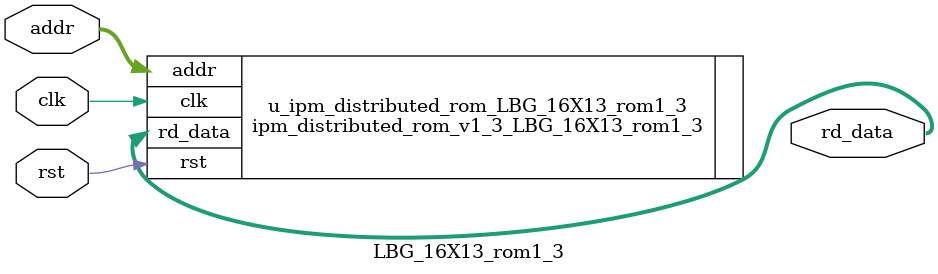
<source format=v>


`timescale 1 ns / 1 ps
module LBG_16X13_rom1_3
    (
     addr        ,
     rst         ,
     clk         ,
     rd_data
    );

    localparam ADDR_WIDTH = 8 ; //@IPC int 4,10

    localparam DATA_WIDTH = 14 ; //@IPC int 1,256

    localparam RST_TYPE = "ASYNC" ; //@IPC enum ASYNC,SYNC

    localparam OUT_REG = 0 ; //@IPC bool

    localparam INIT_ENABLE = 1 ; //@IPC bool

    localparam INIT_FILE = "D:/PDS_FPGA/Audio_test/ipcore/LBG_16X13_rom1_3/rtl/VQ3_LBG_16X13_rom1_3.dat" ; //@IPC string

    localparam FILE_FORMAT = "BIN" ; //@IPC enum BIN,HEX


     output   wire  [DATA_WIDTH-1:0]       rd_data ;
     input    wire  [ADDR_WIDTH-1:0]       addr    ;
     input                                 clk     ;
     input                                 rst     ;

ipm_distributed_rom_v1_3_LBG_16X13_rom1_3
   #(
     .ADDR_WIDTH    (ADDR_WIDTH     ), //address width   range:4-10
     .DATA_WIDTH    (DATA_WIDTH     ), //data width      range:4-256
     .RST_TYPE      (RST_TYPE       ), //reset type   "ASYNC_RESET" "SYNC_RESET"
     .OUT_REG       (OUT_REG        ), //output options :non_register(0)  register(1)
     .INIT_FILE     (INIT_FILE      ), //legal value:"NONE" or "initial file name"
     .FILE_FORMAT   (FILE_FORMAT    )  //initial data format : "bin" or "hex"
    )u_ipm_distributed_rom_LBG_16X13_rom1_3
    (
     .rd_data       (rd_data        ),
     .addr          (addr           ),
     .clk           (clk            ),
     .rst           (rst            )

    );
endmodule

</source>
